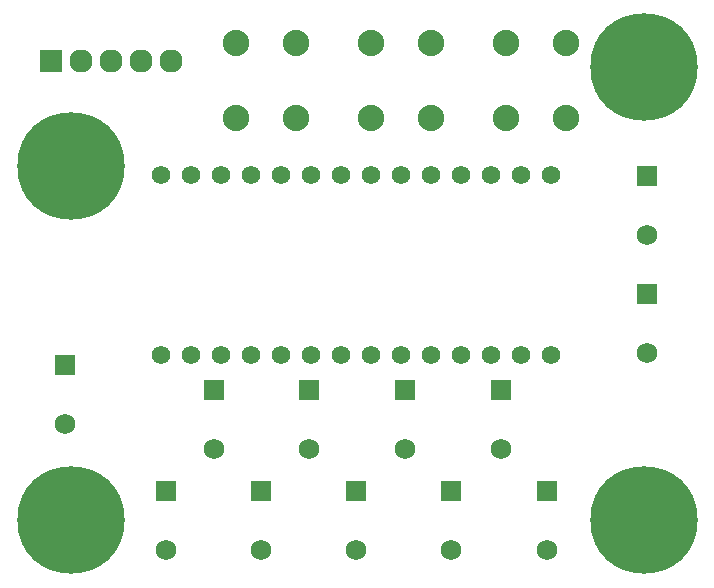
<source format=gbs>
G04*
G04 #@! TF.GenerationSoftware,Altium Limited,Altium Designer,23.6.0 (18)*
G04*
G04 Layer_Color=16711935*
%FSAX24Y24*%
%MOIN*%
G70*
G04*
G04 #@! TF.SameCoordinates,E551B0BA-23AD-4420-B302-DDD5F3B2D540*
G04*
G04*
G04 #@! TF.FilePolarity,Negative*
G04*
G01*
G75*
%ADD16C,0.0771*%
%ADD17R,0.0771X0.0771*%
%ADD18C,0.0880*%
%ADD19C,0.3580*%
%ADD20C,0.0690*%
%ADD21R,0.0690X0.0690*%
%ADD22C,0.0620*%
D16*
X207004Y126800D02*
D03*
X206004D02*
D03*
X205004D02*
D03*
X204004D02*
D03*
D17*
X203004D02*
D03*
D18*
X211154Y127400D02*
D03*
X209154D02*
D03*
X215665Y124900D02*
D03*
X213665D02*
D03*
X215654Y127400D02*
D03*
X213654D02*
D03*
X211154Y124900D02*
D03*
X209154D02*
D03*
X220154Y127400D02*
D03*
X218154D02*
D03*
X220154Y124900D02*
D03*
X218154D02*
D03*
D19*
X203654Y123300D02*
D03*
X222754Y111500D02*
D03*
X203654D02*
D03*
X222754Y126600D02*
D03*
D20*
X222865Y121016D02*
D03*
Y117066D02*
D03*
X203454Y114716D02*
D03*
X219515Y110516D02*
D03*
X218004Y113866D02*
D03*
X216340Y110516D02*
D03*
X214808Y113866D02*
D03*
X213165Y110516D02*
D03*
X211612Y113866D02*
D03*
X209990Y110516D02*
D03*
X208415Y113866D02*
D03*
X206815Y110516D02*
D03*
D21*
X222865Y122984D02*
D03*
Y119034D02*
D03*
X203454Y116684D02*
D03*
X219515Y112484D02*
D03*
X218004Y115834D02*
D03*
X216340Y112484D02*
D03*
X214808Y115834D02*
D03*
X213165Y112484D02*
D03*
X211612Y115834D02*
D03*
X209990Y112484D02*
D03*
X208415Y115834D02*
D03*
X206815Y112484D02*
D03*
D22*
X206654Y117010D02*
D03*
X208654D02*
D03*
X210654D02*
D03*
X212654D02*
D03*
X207654D02*
D03*
X209654D02*
D03*
X211654D02*
D03*
X213654D02*
D03*
X219654D02*
D03*
X217654D02*
D03*
X215654D02*
D03*
X218654D02*
D03*
X216654D02*
D03*
X214654D02*
D03*
X219654Y123010D02*
D03*
X214654D02*
D03*
X216654D02*
D03*
X218654D02*
D03*
X215654D02*
D03*
X217654D02*
D03*
X213654D02*
D03*
X211654D02*
D03*
X209654D02*
D03*
X207654D02*
D03*
X212654D02*
D03*
X210654D02*
D03*
X208654D02*
D03*
X206654D02*
D03*
M02*

</source>
